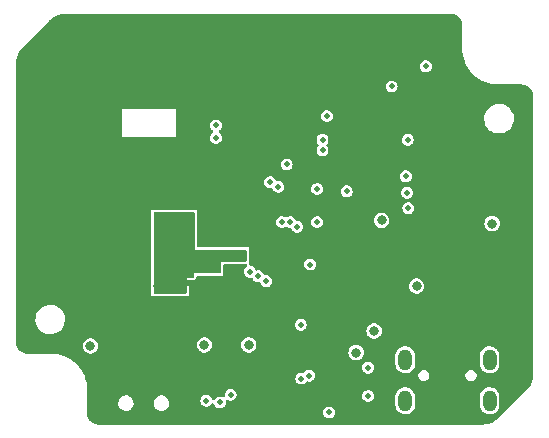
<source format=gbr>
%TF.GenerationSoftware,KiCad,Pcbnew,7.0.1*%
%TF.CreationDate,2024-02-15T14:19:22+01:00*%
%TF.ProjectId,stm32f405-sensorleap-v1,73746d33-3266-4343-9035-2d73656e736f,rev?*%
%TF.SameCoordinates,Original*%
%TF.FileFunction,Copper,L2,Inr*%
%TF.FilePolarity,Positive*%
%FSLAX46Y46*%
G04 Gerber Fmt 4.6, Leading zero omitted, Abs format (unit mm)*
G04 Created by KiCad (PCBNEW 7.0.1) date 2024-02-15 14:19:22*
%MOMM*%
%LPD*%
G01*
G04 APERTURE LIST*
%TA.AperFunction,ComponentPad*%
%ADD10O,1.150000X1.800000*%
%TD*%
%TA.AperFunction,ViaPad*%
%ADD11C,0.800000*%
%TD*%
%TA.AperFunction,ViaPad*%
%ADD12C,0.609600*%
%TD*%
%TA.AperFunction,ViaPad*%
%ADD13C,0.500000*%
%TD*%
%TA.AperFunction,Conductor*%
%ADD14C,0.500000*%
%TD*%
G04 APERTURE END LIST*
D10*
%TO.N,unconnected-(J402-Shield-Pad6)*%
%TO.C,J402*%
X133050000Y-129416029D03*
X133050000Y-132886029D03*
X140200000Y-129416029D03*
X140200000Y-132886029D03*
%TD*%
D11*
%TO.N,GND*%
X131200000Y-128148529D03*
X132113940Y-115773529D03*
X116653616Y-122923529D03*
X115503616Y-122923529D03*
X114528616Y-117498529D03*
X133908940Y-112123529D03*
D12*
X111113940Y-122248529D03*
X111113940Y-121248529D03*
X111113940Y-120248529D03*
X111113940Y-119248529D03*
X111113940Y-118248529D03*
X111113940Y-117248529D03*
X112153616Y-116248529D03*
X113153616Y-116248529D03*
X114153616Y-116248529D03*
X115153616Y-116248529D03*
X112153616Y-124323529D03*
X113153616Y-124323529D03*
X114153616Y-124323529D03*
D13*
X128513940Y-132273529D03*
X137799440Y-108969529D03*
X111590000Y-107053529D03*
X123513940Y-114973529D03*
X140597880Y-116658529D03*
X102890000Y-110573529D03*
X112690000Y-111173529D03*
X108400000Y-103717529D03*
X103000000Y-102200000D03*
X140513940Y-127273529D03*
X112400000Y-100517529D03*
X121513940Y-104273529D03*
X109130000Y-105253529D03*
X121013940Y-114973529D03*
D11*
X135613940Y-119698529D03*
D13*
X109990000Y-112073529D03*
X109990000Y-111173529D03*
X103913940Y-120723529D03*
X109513940Y-129273529D03*
X131800000Y-133900000D03*
X111090000Y-105553529D03*
X114000000Y-101317529D03*
X109130000Y-104653529D03*
X105490000Y-113073529D03*
X109630000Y-107353529D03*
X108400000Y-101317529D03*
X107000000Y-105173529D03*
D11*
X141000000Y-120100000D03*
D13*
X136300000Y-102200000D03*
X124397500Y-106419529D03*
X127413940Y-120923529D03*
D12*
X111113940Y-123248529D03*
D13*
X112400000Y-101317529D03*
X106800000Y-103717529D03*
X134400000Y-131923529D03*
X113200000Y-100517529D03*
D11*
X139463940Y-121098529D03*
X143000000Y-120400000D03*
D13*
X101013940Y-122673529D03*
X107600000Y-101317529D03*
X128513940Y-112273529D03*
D11*
X134363940Y-120898529D03*
X130413940Y-113073529D03*
D13*
X112690000Y-112073529D03*
X119900000Y-123948529D03*
X107600000Y-102917529D03*
X112400000Y-102917529D03*
X133663940Y-109723529D03*
X105513940Y-102217529D03*
X121563940Y-126373529D03*
X103000000Y-105173529D03*
X111790000Y-111173529D03*
X106240000Y-110343529D03*
X114040000Y-107123529D03*
X111790000Y-112073529D03*
X111590000Y-106453529D03*
X109130000Y-105853529D03*
X137950000Y-128273529D03*
X108400000Y-100517529D03*
X121413940Y-117873529D03*
X111590000Y-105853529D03*
X127400000Y-122800000D03*
D11*
X112153940Y-123193529D03*
D13*
X108813940Y-115148529D03*
X109130000Y-106453529D03*
D11*
X137913940Y-119048529D03*
D13*
X107913940Y-126673529D03*
X107600000Y-103717529D03*
X113200000Y-102117529D03*
X103213940Y-113548529D03*
X108400000Y-102917529D03*
X114000000Y-100517529D03*
X106800000Y-100517529D03*
X105240000Y-110343529D03*
X114990000Y-107173529D03*
X128797500Y-108319529D03*
X105000000Y-105173529D03*
X115513940Y-102217529D03*
X112400000Y-103717529D03*
X114000000Y-103717529D03*
X112990000Y-105173529D03*
X109013940Y-119073529D03*
X107600000Y-100517529D03*
X118513940Y-108217529D03*
X127000000Y-129848529D03*
X131893440Y-104969529D03*
X110890000Y-112073529D03*
X112513940Y-129773529D03*
X111090000Y-106753529D03*
X110890000Y-111173529D03*
X121513940Y-107273529D03*
X140597880Y-115358529D03*
X106800000Y-102117529D03*
X113200000Y-102917529D03*
X111590000Y-105253529D03*
X114900000Y-111600000D03*
X113200000Y-103717529D03*
X111090000Y-104953529D03*
X116263940Y-127173529D03*
X111590000Y-104653529D03*
X136193440Y-104369529D03*
X103913940Y-119173529D03*
X133314940Y-112589529D03*
X113200000Y-101317529D03*
X106800000Y-102917529D03*
X128797500Y-105619529D03*
X109630000Y-106753529D03*
X109630000Y-105553529D03*
X109630000Y-106153529D03*
X140597880Y-112858529D03*
X111090000Y-106153529D03*
X121400000Y-119500000D03*
X124313940Y-132873529D03*
X109630000Y-104953529D03*
X132013940Y-109573529D03*
X112400000Y-102117529D03*
X101013940Y-118573529D03*
X114900000Y-113873529D03*
X128013940Y-108573529D03*
X108400000Y-102117529D03*
X111090000Y-107353529D03*
X101013940Y-111248529D03*
X107600000Y-102117529D03*
X114000000Y-102117529D03*
X109130000Y-107053529D03*
X114000000Y-102917529D03*
X106800000Y-101317529D03*
X118513940Y-105217529D03*
X118613940Y-134123529D03*
D11*
%TO.N,+3V3*%
X128903616Y-128798529D03*
X131053616Y-117602145D03*
X119800000Y-128148529D03*
X116050000Y-128148529D03*
X106400000Y-128248529D03*
X140413940Y-117873529D03*
X130413940Y-126973529D03*
X134013940Y-123173529D03*
D13*
%TO.N,NRST*%
X125000000Y-121348529D03*
X133113940Y-113873529D03*
%TO.N,Net-(D201-RK)*%
X126613940Y-133873529D03*
X129913940Y-132473529D03*
%TO.N,BOOT0*%
X122600000Y-117748529D03*
X118263940Y-132373529D03*
%TO.N,I2C1_SCL*%
X133261440Y-110794529D03*
X122313940Y-114773529D03*
X126047500Y-111669529D03*
%TO.N,I2C1_SDA*%
X121613940Y-114373529D03*
X126047500Y-110769529D03*
%TO.N,TIM3_CH1*%
X129913940Y-130073529D03*
X125600000Y-117748529D03*
%TO.N,TIM3_CH2*%
X123900000Y-118148529D03*
X124250000Y-130998529D03*
%TO.N,TIM4_CH1*%
X123300000Y-117748529D03*
X124900000Y-130748529D03*
%TO.N,SWCLK*%
X133313940Y-116573529D03*
X128100000Y-115148529D03*
%TO.N,SWO*%
X133213940Y-115273529D03*
X125600000Y-114948529D03*
%TO.N,IRQ_DW*%
X124200000Y-126448529D03*
X123013940Y-112873529D03*
%TO.N,INT_GYR*%
X131893440Y-106269529D03*
X120600000Y-122348529D03*
%TO.N,INT_ACC*%
X121300000Y-122748529D03*
X134799440Y-104569529D03*
%TO.N,Net-(D1-A)*%
X116213940Y-132873529D03*
X117013940Y-110617529D03*
%TO.N,Net-(D2-A)*%
X117013940Y-109567529D03*
X117363940Y-133023529D03*
%TO.N,IRQ_MM350*%
X126413940Y-108773529D03*
X119900000Y-121948529D03*
%TD*%
D14*
%TO.N,GND*%
X115503616Y-122923529D02*
X113963940Y-122923529D01*
%TD*%
%TA.AperFunction,Conductor*%
%TO.N,GND*%
G36*
X115191616Y-116915142D02*
G01*
X115237003Y-116960529D01*
X115253616Y-117022529D01*
X115253616Y-120098529D01*
X119529616Y-120098529D01*
X119591616Y-120115142D01*
X119637003Y-120160529D01*
X119653616Y-120222529D01*
X119653616Y-120974529D01*
X119637003Y-121036529D01*
X119591616Y-121081916D01*
X119529616Y-121098529D01*
X117453616Y-121098529D01*
X117453616Y-121974529D01*
X117437003Y-122036529D01*
X117391616Y-122081916D01*
X117329616Y-122098529D01*
X115153616Y-122098529D01*
X115153616Y-122374529D01*
X115137003Y-122436529D01*
X115091616Y-122481916D01*
X115029616Y-122498529D01*
X114553616Y-122498529D01*
X114553616Y-123674529D01*
X114537003Y-123736529D01*
X114491616Y-123781916D01*
X114429616Y-123798529D01*
X111877616Y-123798529D01*
X111815616Y-123781916D01*
X111770229Y-123736529D01*
X111753616Y-123674529D01*
X111753616Y-117022529D01*
X111770229Y-116960529D01*
X111815616Y-116915142D01*
X111877616Y-116898529D01*
X115129616Y-116898529D01*
X115191616Y-116915142D01*
G37*
%TD.AperFunction*%
%TA.AperFunction,Conductor*%
G36*
X136905392Y-100100972D02*
G01*
X136917433Y-100102025D01*
X136944880Y-100104426D01*
X136945961Y-100104526D01*
X137071776Y-100116918D01*
X137091685Y-100120541D01*
X137156467Y-100137899D01*
X137160203Y-100138966D01*
X137251570Y-100166682D01*
X137267959Y-100172952D01*
X137333867Y-100203686D01*
X137339867Y-100206685D01*
X137382639Y-100229548D01*
X137419046Y-100249008D01*
X137431715Y-100256791D01*
X137492889Y-100299625D01*
X137500430Y-100305346D01*
X137568455Y-100361172D01*
X137577472Y-100369345D01*
X137630653Y-100422526D01*
X137638826Y-100431543D01*
X137694652Y-100499568D01*
X137700373Y-100507109D01*
X137743207Y-100568283D01*
X137750990Y-100580952D01*
X137793304Y-100660114D01*
X137796328Y-100666163D01*
X137827041Y-100732027D01*
X137833319Y-100748436D01*
X137861008Y-100839713D01*
X137862123Y-100843616D01*
X137879454Y-100908298D01*
X137883082Y-100928238D01*
X137895456Y-101053882D01*
X137895581Y-101055223D01*
X137899028Y-101094604D01*
X137899500Y-101105416D01*
X137899500Y-103099500D01*
X137899500Y-103100000D01*
X137899500Y-103257250D01*
X137926511Y-103514244D01*
X137932375Y-103570031D01*
X137997761Y-103877649D01*
X138094947Y-104176761D01*
X138222865Y-104464066D01*
X138380112Y-104736428D01*
X138564975Y-104990870D01*
X138775413Y-105224586D01*
X139009129Y-105435024D01*
X139009132Y-105435026D01*
X139009133Y-105435027D01*
X139263568Y-105619885D01*
X139535932Y-105777134D01*
X139677535Y-105840180D01*
X139823238Y-105905052D01*
X139823240Y-105905052D01*
X139823241Y-105905053D01*
X140122348Y-106002238D01*
X140429974Y-106067626D01*
X140742750Y-106100500D01*
X140899901Y-106100500D01*
X140900000Y-106100500D01*
X140900500Y-106100500D01*
X142894587Y-106100500D01*
X142905392Y-106100972D01*
X142917433Y-106102025D01*
X142944880Y-106104426D01*
X142945961Y-106104526D01*
X143071776Y-106116918D01*
X143091685Y-106120541D01*
X143156467Y-106137899D01*
X143160203Y-106138966D01*
X143251570Y-106166682D01*
X143267959Y-106172952D01*
X143333867Y-106203686D01*
X143339867Y-106206685D01*
X143382639Y-106229548D01*
X143419046Y-106249008D01*
X143431715Y-106256791D01*
X143492889Y-106299625D01*
X143500430Y-106305346D01*
X143568455Y-106361172D01*
X143577472Y-106369345D01*
X143630653Y-106422526D01*
X143638826Y-106431543D01*
X143694652Y-106499568D01*
X143700373Y-106507109D01*
X143743207Y-106568283D01*
X143750990Y-106580952D01*
X143793304Y-106660114D01*
X143796328Y-106666163D01*
X143827041Y-106732027D01*
X143833319Y-106748436D01*
X143861008Y-106839713D01*
X143862123Y-106843616D01*
X143879454Y-106908298D01*
X143883082Y-106928238D01*
X143895456Y-107053882D01*
X143895581Y-107055223D01*
X143899028Y-107094604D01*
X143899500Y-107105416D01*
X143899500Y-130566519D01*
X143899305Y-130573475D01*
X143896542Y-130622653D01*
X143896472Y-130623806D01*
X143884738Y-130802846D01*
X143883251Y-130815509D01*
X143867545Y-130907943D01*
X143866915Y-130911361D01*
X143862096Y-130935591D01*
X143844928Y-131021903D01*
X143840524Y-131044042D01*
X143838060Y-131054180D01*
X143809976Y-131151660D01*
X143808241Y-131157190D01*
X143766986Y-131278724D01*
X143764128Y-131286319D01*
X143724653Y-131381619D01*
X143721304Y-131389010D01*
X143664531Y-131504133D01*
X143661847Y-131509269D01*
X143612783Y-131598045D01*
X143607357Y-131606955D01*
X143532190Y-131719451D01*
X143530218Y-131722316D01*
X143475971Y-131798770D01*
X143468069Y-131808774D01*
X143349866Y-131943558D01*
X143349100Y-131944423D01*
X143316235Y-131981201D01*
X143311353Y-131986359D01*
X140980915Y-134311442D01*
X140975962Y-134316120D01*
X140938765Y-134349361D01*
X140937904Y-134350123D01*
X140803549Y-134467968D01*
X140793538Y-134475876D01*
X140716413Y-134530599D01*
X140713549Y-134532571D01*
X140601770Y-134607260D01*
X140592859Y-134612686D01*
X140503589Y-134662023D01*
X140498452Y-134664708D01*
X140383880Y-134721207D01*
X140376489Y-134724555D01*
X140280718Y-134764224D01*
X140273123Y-134767083D01*
X140152164Y-134808141D01*
X140146632Y-134809875D01*
X140048619Y-134838110D01*
X140038483Y-134840574D01*
X139906596Y-134866805D01*
X139903184Y-134867434D01*
X139887486Y-134870101D01*
X139809971Y-134883269D01*
X139797310Y-134884755D01*
X139620377Y-134896346D01*
X139619225Y-134896416D01*
X139574417Y-134898932D01*
X139567781Y-134899305D01*
X139560837Y-134899500D01*
X107105416Y-134899500D01*
X107094606Y-134899028D01*
X107092001Y-134898800D01*
X107055223Y-134895581D01*
X107053882Y-134895456D01*
X106928238Y-134883082D01*
X106908298Y-134879454D01*
X106843616Y-134862123D01*
X106839713Y-134861008D01*
X106748436Y-134833319D01*
X106732027Y-134827041D01*
X106666163Y-134796328D01*
X106660114Y-134793304D01*
X106580952Y-134750990D01*
X106568283Y-134743207D01*
X106507109Y-134700373D01*
X106499568Y-134694652D01*
X106431543Y-134638826D01*
X106422526Y-134630653D01*
X106369345Y-134577472D01*
X106361172Y-134568455D01*
X106305346Y-134500430D01*
X106299625Y-134492889D01*
X106256791Y-134431715D01*
X106249008Y-134419046D01*
X106211760Y-134349361D01*
X106206685Y-134339867D01*
X106203686Y-134333867D01*
X106172952Y-134267959D01*
X106166682Y-134251570D01*
X106138966Y-134160203D01*
X106137899Y-134156467D01*
X106120541Y-134091685D01*
X106116918Y-134071776D01*
X106104526Y-133945961D01*
X106104426Y-133944880D01*
X106100972Y-133905392D01*
X106100500Y-133894587D01*
X106100500Y-133873529D01*
X126108293Y-133873529D01*
X126128774Y-134015986D01*
X126188563Y-134146903D01*
X126282810Y-134255670D01*
X126282812Y-134255672D01*
X126403887Y-134333482D01*
X126541979Y-134374029D01*
X126685901Y-134374029D01*
X126823993Y-134333482D01*
X126945068Y-134255672D01*
X127039317Y-134146902D01*
X127099105Y-134015986D01*
X127119587Y-133873529D01*
X127099105Y-133731072D01*
X127093409Y-133718600D01*
X127039316Y-133600154D01*
X126945069Y-133491387D01*
X126945068Y-133491386D01*
X126823993Y-133413576D01*
X126685901Y-133373029D01*
X126541979Y-133373029D01*
X126403887Y-133413576D01*
X126282810Y-133491387D01*
X126188563Y-133600154D01*
X126128774Y-133731071D01*
X126108293Y-133873529D01*
X106100500Y-133873529D01*
X106100500Y-133042362D01*
X108745623Y-133042362D01*
X108755943Y-133206387D01*
X108755944Y-133206389D01*
X108806732Y-133362700D01*
X108834002Y-133405670D01*
X108894797Y-133501469D01*
X108956797Y-133559690D01*
X109014607Y-133613977D01*
X109158632Y-133693156D01*
X109158634Y-133693157D01*
X109317821Y-133734029D01*
X109317823Y-133734029D01*
X109440925Y-133734029D01*
X109440927Y-133734029D01*
X109563059Y-133718600D01*
X109639464Y-133688348D01*
X109715871Y-133658097D01*
X109848837Y-133561492D01*
X109953600Y-133434855D01*
X110023579Y-133286142D01*
X110054376Y-133124699D01*
X110049196Y-133042362D01*
X111745623Y-133042362D01*
X111755943Y-133206387D01*
X111755944Y-133206389D01*
X111806732Y-133362700D01*
X111834002Y-133405670D01*
X111894797Y-133501469D01*
X111956797Y-133559690D01*
X112014607Y-133613977D01*
X112158632Y-133693156D01*
X112158634Y-133693157D01*
X112317821Y-133734029D01*
X112317823Y-133734029D01*
X112440925Y-133734029D01*
X112440927Y-133734029D01*
X112563059Y-133718600D01*
X112639464Y-133688348D01*
X112715871Y-133658097D01*
X112848837Y-133561492D01*
X112953600Y-133434855D01*
X113023579Y-133286142D01*
X113054376Y-133124699D01*
X113044056Y-132960669D01*
X113015742Y-132873528D01*
X115708293Y-132873528D01*
X115728774Y-133015986D01*
X115788563Y-133146903D01*
X115840108Y-133206389D01*
X115882812Y-133255672D01*
X116003887Y-133333482D01*
X116141979Y-133374029D01*
X116285901Y-133374029D01*
X116423993Y-133333482D01*
X116545068Y-133255672D01*
X116639317Y-133146902D01*
X116643919Y-133136826D01*
X116683827Y-133088019D01*
X116742578Y-133065145D01*
X116804982Y-133074117D01*
X116854908Y-133112616D01*
X116870732Y-133150058D01*
X116871368Y-133149768D01*
X116938563Y-133296903D01*
X117018828Y-133389534D01*
X117032812Y-133405672D01*
X117153887Y-133483482D01*
X117291979Y-133524029D01*
X117435901Y-133524029D01*
X117573993Y-133483482D01*
X117695068Y-133405672D01*
X117789317Y-133296902D01*
X117808093Y-133255789D01*
X132224500Y-133255789D01*
X132239045Y-133389533D01*
X132296377Y-133559690D01*
X132388949Y-133713546D01*
X132405550Y-133731071D01*
X132512431Y-133843904D01*
X132556125Y-133873529D01*
X132661047Y-133944669D01*
X132827850Y-134011129D01*
X132827853Y-134011130D01*
X133005045Y-134040179D01*
X133184339Y-134030458D01*
X133357351Y-133982422D01*
X133515992Y-133898315D01*
X133652843Y-133782073D01*
X133761507Y-133639128D01*
X133761506Y-133639128D01*
X133761508Y-133639127D01*
X133836900Y-133476169D01*
X133836899Y-133476169D01*
X133836901Y-133476167D01*
X133875500Y-133300808D01*
X133875500Y-133255789D01*
X139374500Y-133255789D01*
X139389045Y-133389533D01*
X139446377Y-133559690D01*
X139538949Y-133713546D01*
X139555550Y-133731071D01*
X139662431Y-133843904D01*
X139706125Y-133873529D01*
X139811047Y-133944669D01*
X139977850Y-134011129D01*
X139977853Y-134011130D01*
X140155045Y-134040179D01*
X140334339Y-134030458D01*
X140507351Y-133982422D01*
X140665992Y-133898315D01*
X140802843Y-133782073D01*
X140911507Y-133639128D01*
X140911506Y-133639128D01*
X140911508Y-133639127D01*
X140986900Y-133476169D01*
X140986899Y-133476169D01*
X140986901Y-133476167D01*
X141025500Y-133300808D01*
X141025500Y-132516269D01*
X141010954Y-132382524D01*
X140953622Y-132212367D01*
X140886107Y-132100156D01*
X140861050Y-132058511D01*
X140791006Y-131984567D01*
X140737569Y-131928154D01*
X140695899Y-131899901D01*
X140588952Y-131827388D01*
X140422149Y-131760928D01*
X140351270Y-131749308D01*
X140244955Y-131731879D01*
X140244952Y-131731879D01*
X140065660Y-131741599D01*
X139892649Y-131789635D01*
X139734008Y-131873742D01*
X139597156Y-131989985D01*
X139488491Y-132132930D01*
X139413099Y-132295888D01*
X139374500Y-132471250D01*
X139374500Y-133255789D01*
X133875500Y-133255789D01*
X133875500Y-132516269D01*
X133860954Y-132382524D01*
X133803622Y-132212367D01*
X133736107Y-132100156D01*
X133711050Y-132058511D01*
X133641006Y-131984567D01*
X133587569Y-131928154D01*
X133545899Y-131899901D01*
X133438952Y-131827388D01*
X133272149Y-131760928D01*
X133201270Y-131749308D01*
X133094955Y-131731879D01*
X133094952Y-131731879D01*
X132915660Y-131741599D01*
X132742649Y-131789635D01*
X132584008Y-131873742D01*
X132447156Y-131989985D01*
X132338491Y-132132930D01*
X132263099Y-132295888D01*
X132224500Y-132471250D01*
X132224500Y-133255789D01*
X117808093Y-133255789D01*
X117849105Y-133165986D01*
X117869587Y-133023529D01*
X117859359Y-132952390D01*
X117869303Y-132883232D01*
X117915058Y-132830428D01*
X117982097Y-132810744D01*
X118049135Y-132830428D01*
X118053887Y-132833482D01*
X118191979Y-132874029D01*
X118335901Y-132874029D01*
X118473993Y-132833482D01*
X118595068Y-132755672D01*
X118689317Y-132646902D01*
X118749105Y-132515986D01*
X118755209Y-132473529D01*
X129408293Y-132473529D01*
X129428774Y-132615986D01*
X129488563Y-132746903D01*
X129563584Y-132833482D01*
X129582812Y-132855672D01*
X129703887Y-132933482D01*
X129841979Y-132974029D01*
X129985901Y-132974029D01*
X130123993Y-132933482D01*
X130245068Y-132855672D01*
X130339317Y-132746902D01*
X130399105Y-132615986D01*
X130419587Y-132473529D01*
X130399105Y-132331072D01*
X130383038Y-132295891D01*
X130339316Y-132200154D01*
X130245069Y-132091387D01*
X130245068Y-132091386D01*
X130123993Y-132013576D01*
X129985901Y-131973029D01*
X129841979Y-131973029D01*
X129703887Y-132013576D01*
X129582810Y-132091387D01*
X129488563Y-132200154D01*
X129428774Y-132331071D01*
X129408293Y-132473529D01*
X118755209Y-132473529D01*
X118769587Y-132373529D01*
X118749105Y-132231072D01*
X118689317Y-132100156D01*
X118689316Y-132100155D01*
X118689316Y-132100154D01*
X118595069Y-131991387D01*
X118595068Y-131991386D01*
X118473993Y-131913576D01*
X118335901Y-131873029D01*
X118191979Y-131873029D01*
X118053887Y-131913576D01*
X117932810Y-131991387D01*
X117838563Y-132100154D01*
X117778774Y-132231071D01*
X117758293Y-132373529D01*
X117768520Y-132444668D01*
X117758576Y-132513825D01*
X117712821Y-132566629D01*
X117645782Y-132586313D01*
X117578744Y-132566629D01*
X117573994Y-132563576D01*
X117435901Y-132523029D01*
X117291979Y-132523029D01*
X117153887Y-132563576D01*
X117032810Y-132641387D01*
X116938561Y-132750156D01*
X116933958Y-132760236D01*
X116894047Y-132809042D01*
X116835295Y-132831912D01*
X116772890Y-132822937D01*
X116722966Y-132784435D01*
X116707148Y-132746999D01*
X116706512Y-132747290D01*
X116639316Y-132600154D01*
X116545069Y-132491387D01*
X116545068Y-132491386D01*
X116423993Y-132413576D01*
X116285901Y-132373029D01*
X116141979Y-132373029D01*
X116003887Y-132413576D01*
X115882810Y-132491387D01*
X115788563Y-132600154D01*
X115728774Y-132731071D01*
X115708293Y-132873528D01*
X113015742Y-132873528D01*
X112993268Y-132804358D01*
X112939392Y-132719463D01*
X112905202Y-132665588D01*
X112785393Y-132553081D01*
X112641365Y-132473900D01*
X112482179Y-132433029D01*
X112482177Y-132433029D01*
X112359075Y-132433029D01*
X112359073Y-132433029D01*
X112236940Y-132448457D01*
X112084129Y-132508960D01*
X111951165Y-132605563D01*
X111846399Y-132732204D01*
X111798742Y-132833481D01*
X111776421Y-132880916D01*
X111761207Y-132960669D01*
X111745623Y-133042362D01*
X110049196Y-133042362D01*
X110044056Y-132960669D01*
X109993268Y-132804358D01*
X109939392Y-132719463D01*
X109905202Y-132665588D01*
X109785393Y-132553081D01*
X109641365Y-132473900D01*
X109482179Y-132433029D01*
X109482177Y-132433029D01*
X109359075Y-132433029D01*
X109359073Y-132433029D01*
X109236940Y-132448457D01*
X109084129Y-132508960D01*
X108951165Y-132605563D01*
X108846399Y-132732204D01*
X108798742Y-132833481D01*
X108776421Y-132880916D01*
X108761207Y-132960669D01*
X108745623Y-133042362D01*
X106100500Y-133042362D01*
X106100500Y-131742753D01*
X106099357Y-131731879D01*
X106067626Y-131429974D01*
X106002238Y-131122348D01*
X105962007Y-130998528D01*
X123744353Y-130998528D01*
X123764834Y-131140986D01*
X123824623Y-131271903D01*
X123918870Y-131380670D01*
X123918872Y-131380672D01*
X124039947Y-131458482D01*
X124178039Y-131499029D01*
X124321961Y-131499029D01*
X124460053Y-131458482D01*
X124581128Y-131380672D01*
X124669957Y-131278156D01*
X124706846Y-131249147D01*
X124751880Y-131235923D01*
X124798598Y-131240384D01*
X124828039Y-131249029D01*
X124971961Y-131249029D01*
X125110053Y-131208482D01*
X125231128Y-131130672D01*
X125325377Y-131021902D01*
X125385165Y-130890986D01*
X125397615Y-130804396D01*
X134149500Y-130804396D01*
X134188022Y-130935591D01*
X134261943Y-131050616D01*
X134365282Y-131140159D01*
X134489657Y-131196960D01*
X134590989Y-131211529D01*
X134659011Y-131211529D01*
X134760342Y-131196960D01*
X134760341Y-131196960D01*
X134884718Y-131140159D01*
X134988055Y-131050618D01*
X135061978Y-130935590D01*
X135100500Y-130804396D01*
X138149500Y-130804396D01*
X138188022Y-130935591D01*
X138261943Y-131050616D01*
X138365282Y-131140159D01*
X138489657Y-131196960D01*
X138590989Y-131211529D01*
X138659011Y-131211529D01*
X138760342Y-131196960D01*
X138760341Y-131196960D01*
X138884718Y-131140159D01*
X138988055Y-131050618D01*
X139061978Y-130935590D01*
X139100500Y-130804396D01*
X139100500Y-130667662D01*
X139061978Y-130536468D01*
X139060059Y-130533482D01*
X138988056Y-130421441D01*
X138884717Y-130331898D01*
X138760342Y-130275097D01*
X138659011Y-130260529D01*
X138590989Y-130260529D01*
X138489657Y-130275097D01*
X138365282Y-130331898D01*
X138261943Y-130421441D01*
X138188022Y-130536466D01*
X138149500Y-130667662D01*
X138149500Y-130804396D01*
X135100500Y-130804396D01*
X135100500Y-130667662D01*
X135061978Y-130536468D01*
X135060059Y-130533482D01*
X134988056Y-130421441D01*
X134884717Y-130331898D01*
X134760342Y-130275097D01*
X134659011Y-130260529D01*
X134590989Y-130260529D01*
X134489657Y-130275097D01*
X134365282Y-130331898D01*
X134261943Y-130421441D01*
X134188022Y-130536466D01*
X134149500Y-130667662D01*
X134149500Y-130804396D01*
X125397615Y-130804396D01*
X125405647Y-130748529D01*
X125385165Y-130606072D01*
X125370531Y-130574029D01*
X125325376Y-130475154D01*
X125231129Y-130366387D01*
X125231128Y-130366386D01*
X125110053Y-130288576D01*
X124971961Y-130248029D01*
X124828039Y-130248029D01*
X124689947Y-130288576D01*
X124568871Y-130366385D01*
X124480045Y-130468898D01*
X124421267Y-130506672D01*
X124351398Y-130506672D01*
X124321962Y-130498029D01*
X124321961Y-130498029D01*
X124178039Y-130498029D01*
X124039947Y-130538576D01*
X123918870Y-130616387D01*
X123824623Y-130725154D01*
X123764834Y-130856071D01*
X123744353Y-130998528D01*
X105962007Y-130998528D01*
X105905053Y-130823241D01*
X105901610Y-130815509D01*
X105812955Y-130616387D01*
X105777134Y-130535932D01*
X105647889Y-130312072D01*
X105619887Y-130263571D01*
X105585314Y-130215986D01*
X105481813Y-130073529D01*
X129408293Y-130073529D01*
X129428774Y-130215986D01*
X129488563Y-130346903D01*
X129559107Y-130428315D01*
X129582812Y-130455672D01*
X129703887Y-130533482D01*
X129841979Y-130574029D01*
X129985901Y-130574029D01*
X130123993Y-130533482D01*
X130245068Y-130455672D01*
X130339317Y-130346902D01*
X130399105Y-130215986D01*
X130419587Y-130073529D01*
X130399105Y-129931072D01*
X130393835Y-129919533D01*
X130339316Y-129800154D01*
X130326869Y-129785789D01*
X132224500Y-129785789D01*
X132239045Y-129919533D01*
X132296377Y-130089690D01*
X132388949Y-130243546D01*
X132418837Y-130275098D01*
X132512431Y-130373904D01*
X132551289Y-130400250D01*
X132661047Y-130474669D01*
X132827850Y-130541129D01*
X132827853Y-130541130D01*
X133005045Y-130570179D01*
X133184339Y-130560458D01*
X133357351Y-130512422D01*
X133515992Y-130428315D01*
X133652843Y-130312073D01*
X133761507Y-130169128D01*
X133761506Y-130169128D01*
X133761508Y-130169127D01*
X133836900Y-130006169D01*
X133836899Y-130006169D01*
X133836901Y-130006167D01*
X133875500Y-129830808D01*
X133875500Y-129785789D01*
X139374500Y-129785789D01*
X139389045Y-129919533D01*
X139446377Y-130089690D01*
X139538949Y-130243546D01*
X139568837Y-130275098D01*
X139662431Y-130373904D01*
X139701289Y-130400250D01*
X139811047Y-130474669D01*
X139977850Y-130541129D01*
X139977853Y-130541130D01*
X140155045Y-130570179D01*
X140334339Y-130560458D01*
X140507351Y-130512422D01*
X140665992Y-130428315D01*
X140802843Y-130312073D01*
X140911507Y-130169128D01*
X140911506Y-130169128D01*
X140911508Y-130169127D01*
X140986900Y-130006169D01*
X140986899Y-130006169D01*
X140986901Y-130006167D01*
X141025500Y-129830808D01*
X141025500Y-129046269D01*
X141010954Y-128912524D01*
X140953622Y-128742367D01*
X140920797Y-128687812D01*
X140861050Y-128588511D01*
X140796138Y-128519985D01*
X140737569Y-128458154D01*
X140679889Y-128419046D01*
X140588952Y-128357388D01*
X140422149Y-128290928D01*
X140351270Y-128279308D01*
X140244955Y-128261879D01*
X140244952Y-128261879D01*
X140065660Y-128271599D01*
X139892649Y-128319635D01*
X139734008Y-128403742D01*
X139597156Y-128519985D01*
X139488491Y-128662930D01*
X139413099Y-128825888D01*
X139374500Y-129001250D01*
X139374500Y-129785789D01*
X133875500Y-129785789D01*
X133875500Y-129046269D01*
X133860954Y-128912524D01*
X133803622Y-128742367D01*
X133770797Y-128687812D01*
X133711050Y-128588511D01*
X133646138Y-128519985D01*
X133587569Y-128458154D01*
X133529889Y-128419046D01*
X133438952Y-128357388D01*
X133272149Y-128290928D01*
X133201270Y-128279308D01*
X133094955Y-128261879D01*
X133094952Y-128261879D01*
X132915660Y-128271599D01*
X132742649Y-128319635D01*
X132584008Y-128403742D01*
X132447156Y-128519985D01*
X132338491Y-128662930D01*
X132263099Y-128825888D01*
X132224500Y-129001250D01*
X132224500Y-129785789D01*
X130326869Y-129785789D01*
X130245069Y-129691387D01*
X130245068Y-129691386D01*
X130123993Y-129613576D01*
X129985901Y-129573029D01*
X129841979Y-129573029D01*
X129703887Y-129613576D01*
X129582810Y-129691387D01*
X129488563Y-129800154D01*
X129428774Y-129931071D01*
X129408293Y-130073529D01*
X105481813Y-130073529D01*
X105435027Y-130009133D01*
X105435026Y-130009132D01*
X105435024Y-130009129D01*
X105224586Y-129775413D01*
X104990870Y-129564975D01*
X104736428Y-129380112D01*
X104464066Y-129222865D01*
X104176761Y-129094947D01*
X103877649Y-128997761D01*
X103570031Y-128932375D01*
X103570030Y-128932374D01*
X103570026Y-128932374D01*
X103257250Y-128899500D01*
X103257247Y-128899500D01*
X101105416Y-128899500D01*
X101094606Y-128899028D01*
X101092001Y-128898800D01*
X101055223Y-128895581D01*
X101053882Y-128895456D01*
X100928238Y-128883082D01*
X100908298Y-128879454D01*
X100843616Y-128862123D01*
X100839713Y-128861008D01*
X100748436Y-128833319D01*
X100732027Y-128827041D01*
X100666163Y-128796328D01*
X100660114Y-128793304D01*
X100580952Y-128750990D01*
X100568283Y-128743207D01*
X100507109Y-128700373D01*
X100499568Y-128694652D01*
X100431543Y-128638826D01*
X100422526Y-128630653D01*
X100369345Y-128577472D01*
X100361172Y-128568455D01*
X100305346Y-128500430D01*
X100299625Y-128492889D01*
X100256791Y-128431715D01*
X100249008Y-128419046D01*
X100219585Y-128364000D01*
X100206685Y-128339867D01*
X100203686Y-128333867D01*
X100172952Y-128267959D01*
X100166682Y-128251570D01*
X100165760Y-128248529D01*
X105744721Y-128248529D01*
X105763763Y-128405347D01*
X105819780Y-128553052D01*
X105909515Y-128683057D01*
X105909516Y-128683058D01*
X105909517Y-128683059D01*
X106027760Y-128787812D01*
X106167635Y-128861225D01*
X106321015Y-128899029D01*
X106478985Y-128899029D01*
X106632365Y-128861225D01*
X106772240Y-128787812D01*
X106890483Y-128683059D01*
X106980220Y-128553052D01*
X107036237Y-128405347D01*
X107055278Y-128248529D01*
X107043136Y-128148529D01*
X115394721Y-128148529D01*
X115413763Y-128305347D01*
X115469780Y-128453052D01*
X115559515Y-128583057D01*
X115559516Y-128583058D01*
X115559517Y-128583059D01*
X115677760Y-128687812D01*
X115817635Y-128761225D01*
X115971015Y-128799029D01*
X116128985Y-128799029D01*
X116282365Y-128761225D01*
X116422240Y-128687812D01*
X116540483Y-128583059D01*
X116630220Y-128453052D01*
X116686237Y-128305347D01*
X116705278Y-128148529D01*
X119144721Y-128148529D01*
X119163763Y-128305347D01*
X119219780Y-128453052D01*
X119309515Y-128583057D01*
X119309516Y-128583058D01*
X119309517Y-128583059D01*
X119427760Y-128687812D01*
X119567635Y-128761225D01*
X119721015Y-128799029D01*
X119878985Y-128799029D01*
X119881014Y-128798529D01*
X128248337Y-128798529D01*
X128267379Y-128955347D01*
X128323396Y-129103052D01*
X128413131Y-129233057D01*
X128413132Y-129233058D01*
X128413133Y-129233059D01*
X128531376Y-129337812D01*
X128671251Y-129411225D01*
X128824631Y-129449029D01*
X128982601Y-129449029D01*
X129135981Y-129411225D01*
X129275856Y-129337812D01*
X129394099Y-129233059D01*
X129483836Y-129103052D01*
X129539853Y-128955347D01*
X129558894Y-128798529D01*
X129539853Y-128641711D01*
X129483836Y-128494006D01*
X129394099Y-128363999D01*
X129275856Y-128259246D01*
X129242709Y-128241849D01*
X129135980Y-128185832D01*
X128982601Y-128148029D01*
X128824631Y-128148029D01*
X128671251Y-128185832D01*
X128531377Y-128259245D01*
X128413131Y-128364000D01*
X128323396Y-128494005D01*
X128267379Y-128641710D01*
X128248337Y-128798529D01*
X119881014Y-128798529D01*
X120032365Y-128761225D01*
X120172240Y-128687812D01*
X120290483Y-128583059D01*
X120380220Y-128453052D01*
X120436237Y-128305347D01*
X120455278Y-128148529D01*
X120436237Y-127991711D01*
X120380220Y-127844006D01*
X120290483Y-127713999D01*
X120172240Y-127609246D01*
X120128378Y-127586225D01*
X120032364Y-127535832D01*
X119878985Y-127498029D01*
X119721015Y-127498029D01*
X119567635Y-127535832D01*
X119427761Y-127609245D01*
X119309515Y-127714000D01*
X119219780Y-127844005D01*
X119163763Y-127991710D01*
X119144721Y-128148529D01*
X116705278Y-128148529D01*
X116686237Y-127991711D01*
X116630220Y-127844006D01*
X116540483Y-127713999D01*
X116422240Y-127609246D01*
X116378378Y-127586225D01*
X116282364Y-127535832D01*
X116128985Y-127498029D01*
X115971015Y-127498029D01*
X115817635Y-127535832D01*
X115677761Y-127609245D01*
X115559515Y-127714000D01*
X115469780Y-127844005D01*
X115413763Y-127991710D01*
X115394721Y-128148529D01*
X107043136Y-128148529D01*
X107036237Y-128091711D01*
X106980220Y-127944006D01*
X106890483Y-127813999D01*
X106772240Y-127709246D01*
X106758994Y-127702294D01*
X106632364Y-127635832D01*
X106478985Y-127598029D01*
X106321015Y-127598029D01*
X106167635Y-127635832D01*
X106027761Y-127709245D01*
X105909515Y-127814000D01*
X105819780Y-127944005D01*
X105763763Y-128091710D01*
X105744721Y-128248529D01*
X100165760Y-128248529D01*
X100138966Y-128160203D01*
X100137899Y-128156467D01*
X100120541Y-128091685D01*
X100116918Y-128071776D01*
X100104526Y-127945961D01*
X100104426Y-127944880D01*
X100100972Y-127905392D01*
X100100500Y-127894587D01*
X100100500Y-126056328D01*
X101745709Y-126056328D01*
X101775925Y-126279388D01*
X101830882Y-126448529D01*
X101845483Y-126493464D01*
X101952148Y-126691681D01*
X102051856Y-126816710D01*
X102062988Y-126830670D01*
X102092492Y-126867666D01*
X102262004Y-127015765D01*
X102262006Y-127015766D01*
X102455237Y-127131216D01*
X102573214Y-127175493D01*
X102665976Y-127210307D01*
X102887453Y-127250500D01*
X103056153Y-127250500D01*
X103056155Y-127250500D01*
X103224188Y-127235377D01*
X103441170Y-127175493D01*
X103643973Y-127077829D01*
X103787530Y-126973529D01*
X129758661Y-126973529D01*
X129777703Y-127130347D01*
X129833720Y-127278052D01*
X129923455Y-127408057D01*
X129923456Y-127408058D01*
X129923457Y-127408059D01*
X130041700Y-127512812D01*
X130181575Y-127586225D01*
X130334955Y-127624029D01*
X130492925Y-127624029D01*
X130646305Y-127586225D01*
X130786180Y-127512812D01*
X130904423Y-127408059D01*
X130994160Y-127278052D01*
X131050177Y-127130347D01*
X131069218Y-126973529D01*
X131050177Y-126816711D01*
X130994160Y-126669006D01*
X130949291Y-126604002D01*
X130904424Y-126539000D01*
X130853024Y-126493464D01*
X130786180Y-126434246D01*
X130698042Y-126387987D01*
X130646304Y-126360832D01*
X130492925Y-126323029D01*
X130334955Y-126323029D01*
X130181575Y-126360832D01*
X130041701Y-126434245D01*
X129923455Y-126539000D01*
X129833720Y-126669005D01*
X129777703Y-126816710D01*
X129758661Y-126973529D01*
X103787530Y-126973529D01*
X103826078Y-126945522D01*
X103981632Y-126782825D01*
X104105635Y-126594968D01*
X104168226Y-126448529D01*
X123694353Y-126448529D01*
X123714834Y-126590986D01*
X123774623Y-126721903D01*
X123868870Y-126830670D01*
X123868872Y-126830672D01*
X123989947Y-126908482D01*
X124128039Y-126949029D01*
X124271961Y-126949029D01*
X124410053Y-126908482D01*
X124531128Y-126830672D01*
X124625377Y-126721902D01*
X124685165Y-126590986D01*
X124705647Y-126448529D01*
X124685165Y-126306072D01*
X124672978Y-126279387D01*
X124625376Y-126175154D01*
X124531129Y-126066387D01*
X124531128Y-126066386D01*
X124410053Y-125988576D01*
X124271961Y-125948029D01*
X124128039Y-125948029D01*
X123989947Y-125988576D01*
X123868870Y-126066387D01*
X123774623Y-126175154D01*
X123714834Y-126306071D01*
X123694353Y-126448529D01*
X104168226Y-126448529D01*
X104194103Y-126387988D01*
X104244191Y-126168537D01*
X104254290Y-125943670D01*
X104224075Y-125720613D01*
X104154517Y-125506536D01*
X104047852Y-125308319D01*
X103907508Y-125132334D01*
X103737996Y-124984235D01*
X103737993Y-124984233D01*
X103544762Y-124868783D01*
X103334025Y-124789693D01*
X103112547Y-124749500D01*
X102943845Y-124749500D01*
X102876631Y-124755549D01*
X102775809Y-124764623D01*
X102558828Y-124824507D01*
X102356027Y-124922170D01*
X102173925Y-125054475D01*
X102018365Y-125217178D01*
X101894365Y-125405031D01*
X101805896Y-125612012D01*
X101755809Y-125831462D01*
X101745709Y-126056328D01*
X100100500Y-126056328D01*
X100100500Y-116698529D01*
X111553616Y-116698529D01*
X111553616Y-116898529D01*
X111553616Y-123798529D01*
X111553616Y-123998529D01*
X114753616Y-123998529D01*
X114753616Y-122822529D01*
X114770229Y-122760529D01*
X114815616Y-122715142D01*
X114877616Y-122698529D01*
X115353616Y-122698529D01*
X115353616Y-122422529D01*
X115370229Y-122360529D01*
X115415616Y-122315142D01*
X115477616Y-122298529D01*
X117653616Y-122298529D01*
X117653616Y-121422529D01*
X117670229Y-121360529D01*
X117715616Y-121315142D01*
X117777616Y-121298529D01*
X119563360Y-121298529D01*
X119624335Y-121314557D01*
X119669547Y-121358496D01*
X119687309Y-121418988D01*
X119673030Y-121480396D01*
X119630399Y-121526845D01*
X119568870Y-121566386D01*
X119474623Y-121675154D01*
X119414834Y-121806071D01*
X119394353Y-121948529D01*
X119414834Y-122090986D01*
X119474623Y-122221903D01*
X119541020Y-122298529D01*
X119568872Y-122330672D01*
X119689947Y-122408482D01*
X119828039Y-122449029D01*
X119971959Y-122449029D01*
X119971961Y-122449029D01*
X119977952Y-122447269D01*
X120036351Y-122444488D01*
X120089537Y-122468776D01*
X120125680Y-122514734D01*
X120174624Y-122621904D01*
X120241020Y-122698529D01*
X120268872Y-122730672D01*
X120389947Y-122808482D01*
X120528039Y-122849029D01*
X120671959Y-122849029D01*
X120671961Y-122849029D01*
X120677952Y-122847269D01*
X120736351Y-122844488D01*
X120789537Y-122868776D01*
X120825680Y-122914734D01*
X120874624Y-123021904D01*
X120968870Y-123130670D01*
X120968872Y-123130672D01*
X121089947Y-123208482D01*
X121228039Y-123249029D01*
X121371961Y-123249029D01*
X121510053Y-123208482D01*
X121564441Y-123173529D01*
X133358661Y-123173529D01*
X133377703Y-123330347D01*
X133433720Y-123478052D01*
X133523455Y-123608057D01*
X133523456Y-123608058D01*
X133523457Y-123608059D01*
X133641700Y-123712812D01*
X133781575Y-123786225D01*
X133934955Y-123824029D01*
X134092925Y-123824029D01*
X134246305Y-123786225D01*
X134386180Y-123712812D01*
X134504423Y-123608059D01*
X134594160Y-123478052D01*
X134650177Y-123330347D01*
X134669218Y-123173529D01*
X134650177Y-123016711D01*
X134594160Y-122869006D01*
X134504423Y-122738999D01*
X134386180Y-122634246D01*
X134332498Y-122606071D01*
X134246304Y-122560832D01*
X134092925Y-122523029D01*
X133934955Y-122523029D01*
X133781575Y-122560832D01*
X133641701Y-122634245D01*
X133523455Y-122739000D01*
X133433720Y-122869005D01*
X133377703Y-123016710D01*
X133358661Y-123173529D01*
X121564441Y-123173529D01*
X121631128Y-123130672D01*
X121725377Y-123021902D01*
X121785165Y-122890986D01*
X121805647Y-122748529D01*
X121785165Y-122606072D01*
X121764504Y-122560832D01*
X121725376Y-122475154D01*
X121631129Y-122366387D01*
X121631128Y-122366386D01*
X121510053Y-122288576D01*
X121371961Y-122248029D01*
X121228039Y-122248029D01*
X121228037Y-122248029D01*
X121222042Y-122249789D01*
X121163642Y-122252568D01*
X121110460Y-122228280D01*
X121074319Y-122182322D01*
X121025376Y-122075154D01*
X120931129Y-121966387D01*
X120931128Y-121966386D01*
X120810053Y-121888576D01*
X120671961Y-121848029D01*
X120528039Y-121848029D01*
X120528037Y-121848029D01*
X120522042Y-121849789D01*
X120463642Y-121852568D01*
X120410460Y-121828280D01*
X120374319Y-121782322D01*
X120325376Y-121675154D01*
X120231129Y-121566387D01*
X120231128Y-121566386D01*
X120110053Y-121488576D01*
X119971961Y-121448029D01*
X119954854Y-121443006D01*
X119955146Y-121442008D01*
X119915616Y-121431416D01*
X119870229Y-121386029D01*
X119860181Y-121348528D01*
X124494353Y-121348528D01*
X124514834Y-121490986D01*
X124574623Y-121621903D01*
X124620767Y-121675156D01*
X124668872Y-121730672D01*
X124789947Y-121808482D01*
X124928039Y-121849029D01*
X125071961Y-121849029D01*
X125210053Y-121808482D01*
X125331128Y-121730672D01*
X125425377Y-121621902D01*
X125485165Y-121490986D01*
X125505647Y-121348529D01*
X125485165Y-121206072D01*
X125425377Y-121075156D01*
X125425376Y-121075155D01*
X125425376Y-121075154D01*
X125331129Y-120966387D01*
X125331128Y-120966386D01*
X125210053Y-120888576D01*
X125071961Y-120848029D01*
X124928039Y-120848029D01*
X124789947Y-120888576D01*
X124668870Y-120966387D01*
X124574623Y-121075154D01*
X124514834Y-121206071D01*
X124494353Y-121348528D01*
X119860181Y-121348528D01*
X119853616Y-121324029D01*
X119853616Y-119898529D01*
X115577616Y-119898529D01*
X115515616Y-119881916D01*
X115470229Y-119836529D01*
X115453616Y-119774529D01*
X115453616Y-117748529D01*
X122094353Y-117748529D01*
X122114834Y-117890986D01*
X122174623Y-118021903D01*
X122268870Y-118130670D01*
X122268872Y-118130672D01*
X122389947Y-118208482D01*
X122528039Y-118249029D01*
X122671961Y-118249029D01*
X122810053Y-118208482D01*
X122882962Y-118161625D01*
X122926533Y-118144183D01*
X122973467Y-118144183D01*
X123017037Y-118161625D01*
X123089947Y-118208482D01*
X123228039Y-118249029D01*
X123315984Y-118249029D01*
X123383023Y-118268713D01*
X123428778Y-118321517D01*
X123474623Y-118421903D01*
X123563116Y-118524029D01*
X123568872Y-118530672D01*
X123689947Y-118608482D01*
X123828039Y-118649029D01*
X123971961Y-118649029D01*
X124110053Y-118608482D01*
X124231128Y-118530672D01*
X124325377Y-118421902D01*
X124385165Y-118290986D01*
X124405647Y-118148529D01*
X124385165Y-118006072D01*
X124325377Y-117875156D01*
X124325376Y-117875155D01*
X124325376Y-117875154D01*
X124231129Y-117766387D01*
X124231128Y-117766386D01*
X124203342Y-117748529D01*
X125094353Y-117748529D01*
X125114834Y-117890986D01*
X125174623Y-118021903D01*
X125268870Y-118130670D01*
X125268872Y-118130672D01*
X125389947Y-118208482D01*
X125528039Y-118249029D01*
X125671961Y-118249029D01*
X125810053Y-118208482D01*
X125931128Y-118130672D01*
X126025377Y-118021902D01*
X126085165Y-117890986D01*
X126105647Y-117748529D01*
X126085165Y-117606072D01*
X126083371Y-117602144D01*
X130398337Y-117602144D01*
X130417379Y-117758963D01*
X130473396Y-117906668D01*
X130563131Y-118036673D01*
X130563132Y-118036674D01*
X130563133Y-118036675D01*
X130681376Y-118141428D01*
X130821251Y-118214841D01*
X130974631Y-118252645D01*
X131132601Y-118252645D01*
X131285981Y-118214841D01*
X131425856Y-118141428D01*
X131544099Y-118036675D01*
X131633836Y-117906668D01*
X131646404Y-117873528D01*
X139758661Y-117873528D01*
X139777703Y-118030347D01*
X139833720Y-118178052D01*
X139923455Y-118308057D01*
X139923456Y-118308058D01*
X139923457Y-118308059D01*
X140041700Y-118412812D01*
X140181575Y-118486225D01*
X140334955Y-118524029D01*
X140492925Y-118524029D01*
X140646305Y-118486225D01*
X140786180Y-118412812D01*
X140904423Y-118308059D01*
X140994160Y-118178052D01*
X141050177Y-118030347D01*
X141069218Y-117873529D01*
X141050177Y-117716711D01*
X140994160Y-117569006D01*
X140904423Y-117438999D01*
X140786180Y-117334246D01*
X140716398Y-117297621D01*
X140646304Y-117260832D01*
X140492925Y-117223029D01*
X140334955Y-117223029D01*
X140181575Y-117260832D01*
X140041701Y-117334245D01*
X139923455Y-117439000D01*
X139833720Y-117569005D01*
X139777703Y-117716710D01*
X139758661Y-117873528D01*
X131646404Y-117873528D01*
X131689853Y-117758963D01*
X131708894Y-117602145D01*
X131689853Y-117445327D01*
X131633836Y-117297622D01*
X131544099Y-117167615D01*
X131425856Y-117062862D01*
X131349009Y-117022529D01*
X131285980Y-116989448D01*
X131132601Y-116951645D01*
X130974631Y-116951645D01*
X130821251Y-116989448D01*
X130681377Y-117062861D01*
X130563131Y-117167616D01*
X130473396Y-117297621D01*
X130417379Y-117445326D01*
X130398337Y-117602144D01*
X126083371Y-117602144D01*
X126025376Y-117475154D01*
X125931129Y-117366387D01*
X125931128Y-117366386D01*
X125810053Y-117288576D01*
X125671961Y-117248029D01*
X125528039Y-117248029D01*
X125389947Y-117288576D01*
X125268870Y-117366387D01*
X125174623Y-117475154D01*
X125114834Y-117606071D01*
X125094353Y-117748529D01*
X124203342Y-117748529D01*
X124110053Y-117688576D01*
X123971961Y-117648029D01*
X123884016Y-117648029D01*
X123816977Y-117628345D01*
X123771222Y-117575541D01*
X123725376Y-117475154D01*
X123631129Y-117366387D01*
X123631128Y-117366386D01*
X123510053Y-117288576D01*
X123371961Y-117248029D01*
X123228039Y-117248029D01*
X123089947Y-117288576D01*
X123017039Y-117335431D01*
X122950000Y-117355115D01*
X122882961Y-117335431D01*
X122880819Y-117334054D01*
X122810053Y-117288576D01*
X122671961Y-117248029D01*
X122528039Y-117248029D01*
X122389947Y-117288576D01*
X122268870Y-117366387D01*
X122174623Y-117475154D01*
X122114834Y-117606071D01*
X122094353Y-117748529D01*
X115453616Y-117748529D01*
X115453616Y-116698529D01*
X111553616Y-116698529D01*
X100100500Y-116698529D01*
X100100500Y-116573529D01*
X132808293Y-116573529D01*
X132828774Y-116715986D01*
X132888563Y-116846903D01*
X132982810Y-116955670D01*
X132982812Y-116955672D01*
X133103887Y-117033482D01*
X133241979Y-117074029D01*
X133385901Y-117074029D01*
X133523993Y-117033482D01*
X133645068Y-116955672D01*
X133739317Y-116846902D01*
X133799105Y-116715986D01*
X133819587Y-116573529D01*
X133799105Y-116431072D01*
X133739317Y-116300156D01*
X133739316Y-116300155D01*
X133739316Y-116300154D01*
X133645069Y-116191387D01*
X133645068Y-116191386D01*
X133523993Y-116113576D01*
X133385901Y-116073029D01*
X133241979Y-116073029D01*
X133103887Y-116113576D01*
X132982810Y-116191387D01*
X132888563Y-116300154D01*
X132828774Y-116431071D01*
X132808293Y-116573529D01*
X100100500Y-116573529D01*
X100100500Y-114373528D01*
X121108293Y-114373528D01*
X121128774Y-114515986D01*
X121188563Y-114646903D01*
X121224673Y-114688576D01*
X121282812Y-114755672D01*
X121403887Y-114833482D01*
X121541979Y-114874029D01*
X121685899Y-114874029D01*
X121685901Y-114874029D01*
X121691892Y-114872269D01*
X121750291Y-114869488D01*
X121803477Y-114893776D01*
X121839620Y-114939734D01*
X121888564Y-115046904D01*
X121982810Y-115155670D01*
X121982812Y-115155672D01*
X122103887Y-115233482D01*
X122241979Y-115274029D01*
X122385901Y-115274029D01*
X122523993Y-115233482D01*
X122645068Y-115155672D01*
X122739317Y-115046902D01*
X122784243Y-114948529D01*
X125094353Y-114948529D01*
X125114834Y-115090986D01*
X125174623Y-115221903D01*
X125234484Y-115290986D01*
X125268872Y-115330672D01*
X125389947Y-115408482D01*
X125528039Y-115449029D01*
X125671961Y-115449029D01*
X125810053Y-115408482D01*
X125931128Y-115330672D01*
X126025377Y-115221902D01*
X126058886Y-115148529D01*
X127594353Y-115148529D01*
X127614834Y-115290986D01*
X127674623Y-115421903D01*
X127698128Y-115449029D01*
X127768872Y-115530672D01*
X127889947Y-115608482D01*
X128028039Y-115649029D01*
X128171961Y-115649029D01*
X128310053Y-115608482D01*
X128431128Y-115530672D01*
X128525377Y-115421902D01*
X128585165Y-115290986D01*
X128587675Y-115273529D01*
X132708293Y-115273529D01*
X132728774Y-115415986D01*
X132788563Y-115546903D01*
X132877056Y-115649029D01*
X132882812Y-115655672D01*
X133003887Y-115733482D01*
X133141979Y-115774029D01*
X133285901Y-115774029D01*
X133423993Y-115733482D01*
X133545068Y-115655672D01*
X133639317Y-115546902D01*
X133699105Y-115415986D01*
X133719587Y-115273529D01*
X133699105Y-115131072D01*
X133660665Y-115046902D01*
X133639316Y-115000154D01*
X133545069Y-114891387D01*
X133545068Y-114891386D01*
X133423993Y-114813576D01*
X133285901Y-114773029D01*
X133141979Y-114773029D01*
X133003887Y-114813576D01*
X132882810Y-114891387D01*
X132788563Y-115000154D01*
X132728774Y-115131071D01*
X132708293Y-115273529D01*
X128587675Y-115273529D01*
X128605647Y-115148529D01*
X128585165Y-115006072D01*
X128582463Y-115000156D01*
X128525376Y-114875154D01*
X128431129Y-114766387D01*
X128431128Y-114766386D01*
X128310053Y-114688576D01*
X128171961Y-114648029D01*
X128028039Y-114648029D01*
X127889947Y-114688576D01*
X127768870Y-114766387D01*
X127674623Y-114875154D01*
X127614834Y-115006071D01*
X127594353Y-115148529D01*
X126058886Y-115148529D01*
X126085165Y-115090986D01*
X126105647Y-114948529D01*
X126085165Y-114806072D01*
X126067041Y-114766387D01*
X126025376Y-114675154D01*
X125931129Y-114566387D01*
X125931128Y-114566386D01*
X125810053Y-114488576D01*
X125671961Y-114448029D01*
X125528039Y-114448029D01*
X125389947Y-114488576D01*
X125268870Y-114566387D01*
X125174623Y-114675154D01*
X125114834Y-114806071D01*
X125094353Y-114948529D01*
X122784243Y-114948529D01*
X122799105Y-114915986D01*
X122819587Y-114773529D01*
X122799105Y-114631072D01*
X122739317Y-114500156D01*
X122739316Y-114500155D01*
X122739316Y-114500154D01*
X122645069Y-114391387D01*
X122645068Y-114391386D01*
X122523993Y-114313576D01*
X122385901Y-114273029D01*
X122241979Y-114273029D01*
X122241977Y-114273029D01*
X122235982Y-114274789D01*
X122177582Y-114277568D01*
X122124400Y-114253280D01*
X122088259Y-114207322D01*
X122039316Y-114100154D01*
X121945069Y-113991387D01*
X121945068Y-113991386D01*
X121823993Y-113913576D01*
X121687600Y-113873528D01*
X132608293Y-113873528D01*
X132628774Y-114015986D01*
X132688563Y-114146903D01*
X132761495Y-114231071D01*
X132782812Y-114255672D01*
X132903887Y-114333482D01*
X133041979Y-114374029D01*
X133185901Y-114374029D01*
X133323993Y-114333482D01*
X133445068Y-114255672D01*
X133539317Y-114146902D01*
X133599105Y-114015986D01*
X133619587Y-113873529D01*
X133599105Y-113731072D01*
X133539317Y-113600156D01*
X133539316Y-113600155D01*
X133539316Y-113600154D01*
X133445069Y-113491387D01*
X133445068Y-113491386D01*
X133323993Y-113413576D01*
X133185901Y-113373029D01*
X133041979Y-113373029D01*
X132903887Y-113413576D01*
X132782810Y-113491387D01*
X132688563Y-113600154D01*
X132628774Y-113731071D01*
X132608293Y-113873528D01*
X121687600Y-113873528D01*
X121685901Y-113873029D01*
X121541979Y-113873029D01*
X121403887Y-113913576D01*
X121282810Y-113991387D01*
X121188563Y-114100154D01*
X121128774Y-114231071D01*
X121108293Y-114373528D01*
X100100500Y-114373528D01*
X100100500Y-112873529D01*
X122508293Y-112873529D01*
X122528774Y-113015986D01*
X122588563Y-113146903D01*
X122682810Y-113255670D01*
X122682812Y-113255672D01*
X122803887Y-113333482D01*
X122941979Y-113374029D01*
X123085901Y-113374029D01*
X123223993Y-113333482D01*
X123345068Y-113255672D01*
X123439317Y-113146902D01*
X123499105Y-113015986D01*
X123519587Y-112873529D01*
X123499105Y-112731072D01*
X123439317Y-112600156D01*
X123439316Y-112600155D01*
X123439316Y-112600154D01*
X123345069Y-112491387D01*
X123345068Y-112491386D01*
X123223993Y-112413576D01*
X123085901Y-112373029D01*
X122941979Y-112373029D01*
X122803887Y-112413576D01*
X122682810Y-112491387D01*
X122588563Y-112600154D01*
X122528774Y-112731071D01*
X122508293Y-112873529D01*
X100100500Y-112873529D01*
X100100500Y-111669528D01*
X125541853Y-111669528D01*
X125562334Y-111811986D01*
X125622123Y-111942903D01*
X125716370Y-112051670D01*
X125716372Y-112051672D01*
X125837447Y-112129482D01*
X125975539Y-112170029D01*
X126119461Y-112170029D01*
X126257553Y-112129482D01*
X126378628Y-112051672D01*
X126472877Y-111942902D01*
X126532665Y-111811986D01*
X126553147Y-111669529D01*
X126532665Y-111527072D01*
X126472877Y-111396156D01*
X126472876Y-111396155D01*
X126472876Y-111396154D01*
X126390192Y-111300731D01*
X126363400Y-111248763D01*
X126363400Y-111190295D01*
X126390192Y-111138327D01*
X126472876Y-111042903D01*
X126472875Y-111042903D01*
X126472877Y-111042902D01*
X126532665Y-110911986D01*
X126549553Y-110794529D01*
X132755793Y-110794529D01*
X132776274Y-110936986D01*
X132836063Y-111067903D01*
X132930310Y-111176670D01*
X132930312Y-111176672D01*
X133051387Y-111254482D01*
X133189479Y-111295029D01*
X133333401Y-111295029D01*
X133471493Y-111254482D01*
X133592568Y-111176672D01*
X133686817Y-111067902D01*
X133746605Y-110936986D01*
X133767087Y-110794529D01*
X133746605Y-110652072D01*
X133735187Y-110627071D01*
X133686816Y-110521154D01*
X133592569Y-110412387D01*
X133592568Y-110412386D01*
X133471493Y-110334576D01*
X133333401Y-110294029D01*
X133189479Y-110294029D01*
X133051387Y-110334576D01*
X132930310Y-110412387D01*
X132836063Y-110521154D01*
X132776274Y-110652071D01*
X132755793Y-110794529D01*
X126549553Y-110794529D01*
X126553147Y-110769529D01*
X126532665Y-110627072D01*
X126528306Y-110617528D01*
X126472876Y-110496154D01*
X126378629Y-110387387D01*
X126378628Y-110387386D01*
X126257553Y-110309576D01*
X126119461Y-110269029D01*
X125975539Y-110269029D01*
X125837447Y-110309576D01*
X125716370Y-110387387D01*
X125622123Y-110496154D01*
X125562334Y-110627071D01*
X125541853Y-110769528D01*
X125562334Y-110911986D01*
X125622123Y-111042903D01*
X125704808Y-111138327D01*
X125731600Y-111190295D01*
X125731600Y-111248763D01*
X125704808Y-111300731D01*
X125622123Y-111396154D01*
X125562334Y-111527071D01*
X125541853Y-111669528D01*
X100100500Y-111669528D01*
X100100500Y-110617528D01*
X116508293Y-110617528D01*
X116528774Y-110759986D01*
X116588563Y-110890903D01*
X116682810Y-110999670D01*
X116682812Y-110999672D01*
X116803887Y-111077482D01*
X116941979Y-111118029D01*
X117085901Y-111118029D01*
X117223993Y-111077482D01*
X117345068Y-110999672D01*
X117439317Y-110890902D01*
X117499105Y-110759986D01*
X117519587Y-110617529D01*
X117499105Y-110475072D01*
X117470477Y-110412387D01*
X117439316Y-110344154D01*
X117345069Y-110235386D01*
X117285095Y-110196843D01*
X117243303Y-110151954D01*
X117228135Y-110092527D01*
X117243304Y-110033100D01*
X117285092Y-109988215D01*
X117345068Y-109949672D01*
X117348663Y-109945524D01*
X117439316Y-109840903D01*
X117439315Y-109840903D01*
X117439317Y-109840902D01*
X117499105Y-109709986D01*
X117519587Y-109567529D01*
X117499105Y-109425072D01*
X117439317Y-109294156D01*
X117439316Y-109294155D01*
X117439316Y-109294154D01*
X117345069Y-109185387D01*
X117345068Y-109185386D01*
X117223993Y-109107576D01*
X117085901Y-109067029D01*
X116941979Y-109067029D01*
X116803887Y-109107576D01*
X116682810Y-109185387D01*
X116588563Y-109294154D01*
X116528774Y-109425071D01*
X116508293Y-109567529D01*
X116528774Y-109709986D01*
X116588563Y-109840903D01*
X116682809Y-109949669D01*
X116682812Y-109949672D01*
X116737669Y-109984926D01*
X116742783Y-109988213D01*
X116784576Y-110033102D01*
X116799744Y-110092529D01*
X116784576Y-110151956D01*
X116742783Y-110196845D01*
X116682810Y-110235387D01*
X116588563Y-110344154D01*
X116528774Y-110475071D01*
X116508293Y-110617528D01*
X100100500Y-110617528D01*
X100100500Y-108198529D01*
X109070000Y-108198529D01*
X109070000Y-110523529D01*
X113675000Y-110523529D01*
X113675000Y-108773529D01*
X125908293Y-108773529D01*
X125928774Y-108915986D01*
X125988563Y-109046903D01*
X126082810Y-109155670D01*
X126082812Y-109155672D01*
X126203887Y-109233482D01*
X126341979Y-109274029D01*
X126485901Y-109274029D01*
X126623993Y-109233482D01*
X126745068Y-109155672D01*
X126831149Y-109056328D01*
X139745709Y-109056328D01*
X139775925Y-109279388D01*
X139823260Y-109425071D01*
X139845483Y-109493464D01*
X139952148Y-109691681D01*
X140092492Y-109867666D01*
X140262004Y-110015765D01*
X140325051Y-110053434D01*
X140455237Y-110131216D01*
X140573214Y-110175493D01*
X140665976Y-110210307D01*
X140887453Y-110250500D01*
X141056153Y-110250500D01*
X141056155Y-110250500D01*
X141224188Y-110235377D01*
X141441170Y-110175493D01*
X141643973Y-110077829D01*
X141826078Y-109945522D01*
X141981632Y-109782825D01*
X142105635Y-109594968D01*
X142194103Y-109387988D01*
X142244191Y-109168537D01*
X142254290Y-108943670D01*
X142224075Y-108720613D01*
X142154517Y-108506536D01*
X142047852Y-108308319D01*
X141907508Y-108132334D01*
X141737996Y-107984235D01*
X141737993Y-107984233D01*
X141544762Y-107868783D01*
X141334025Y-107789693D01*
X141112547Y-107749500D01*
X140943845Y-107749500D01*
X140876631Y-107755549D01*
X140775809Y-107764623D01*
X140558828Y-107824507D01*
X140356027Y-107922170D01*
X140173925Y-108054475D01*
X140018365Y-108217178D01*
X139894365Y-108405031D01*
X139805896Y-108612012D01*
X139755809Y-108831462D01*
X139745709Y-109056328D01*
X126831149Y-109056328D01*
X126839317Y-109046902D01*
X126899105Y-108915986D01*
X126919587Y-108773529D01*
X126899105Y-108631072D01*
X126890400Y-108612012D01*
X126839316Y-108500154D01*
X126745069Y-108391387D01*
X126745068Y-108391386D01*
X126623993Y-108313576D01*
X126485901Y-108273029D01*
X126341979Y-108273029D01*
X126203887Y-108313576D01*
X126082810Y-108391387D01*
X125988563Y-108500154D01*
X125928774Y-108631071D01*
X125908293Y-108773529D01*
X113675000Y-108773529D01*
X113675000Y-108198529D01*
X109070000Y-108198529D01*
X100100500Y-108198529D01*
X100100500Y-106269529D01*
X131387793Y-106269529D01*
X131408274Y-106411986D01*
X131468063Y-106542903D01*
X131562310Y-106651670D01*
X131562312Y-106651672D01*
X131683387Y-106729482D01*
X131821479Y-106770029D01*
X131965401Y-106770029D01*
X132103493Y-106729482D01*
X132224568Y-106651672D01*
X132318817Y-106542902D01*
X132378605Y-106411986D01*
X132399087Y-106269529D01*
X132380158Y-106137875D01*
X132378605Y-106127071D01*
X132318816Y-105996154D01*
X132224569Y-105887387D01*
X132224568Y-105887386D01*
X132103493Y-105809576D01*
X131965401Y-105769029D01*
X131821479Y-105769029D01*
X131683387Y-105809576D01*
X131562310Y-105887387D01*
X131468063Y-105996154D01*
X131408274Y-106127071D01*
X131387793Y-106269529D01*
X100100500Y-106269529D01*
X100100500Y-104569529D01*
X134293793Y-104569529D01*
X134314274Y-104711986D01*
X134374063Y-104842903D01*
X134468310Y-104951670D01*
X134468312Y-104951672D01*
X134589387Y-105029482D01*
X134727479Y-105070029D01*
X134871401Y-105070029D01*
X135009493Y-105029482D01*
X135130568Y-104951672D01*
X135224817Y-104842902D01*
X135284605Y-104711986D01*
X135305087Y-104569529D01*
X135284605Y-104427072D01*
X135224817Y-104296156D01*
X135224816Y-104296155D01*
X135224816Y-104296154D01*
X135130569Y-104187387D01*
X135130568Y-104187386D01*
X135009493Y-104109576D01*
X134871401Y-104069029D01*
X134727479Y-104069029D01*
X134589387Y-104109576D01*
X134468310Y-104187387D01*
X134374063Y-104296154D01*
X134314274Y-104427071D01*
X134293793Y-104569529D01*
X100100500Y-104569529D01*
X100100500Y-104328848D01*
X100100695Y-104321898D01*
X100100952Y-104317308D01*
X100103439Y-104273035D01*
X100103470Y-104272531D01*
X100115316Y-104092184D01*
X100116794Y-104079602D01*
X100132260Y-103988571D01*
X100132865Y-103985296D01*
X100159600Y-103850887D01*
X100162051Y-103840802D01*
X100189828Y-103744384D01*
X100191523Y-103738976D01*
X100233231Y-103616102D01*
X100236070Y-103608560D01*
X100275147Y-103514213D01*
X100278467Y-103506886D01*
X100335864Y-103390489D01*
X100338464Y-103385511D01*
X100387019Y-103297651D01*
X100392410Y-103288797D01*
X100468542Y-103174848D01*
X100470500Y-103172007D01*
X100523831Y-103096836D01*
X100531703Y-103086869D01*
X100652761Y-102948814D01*
X100653382Y-102948113D01*
X100683310Y-102914620D01*
X100688269Y-102909385D01*
X102884834Y-100722646D01*
X102885016Y-100722526D01*
X102919099Y-100688540D01*
X102924029Y-100683886D01*
X102933351Y-100675555D01*
X102961380Y-100650506D01*
X102961884Y-100650059D01*
X103096475Y-100532008D01*
X103106433Y-100524143D01*
X103183672Y-100469338D01*
X103186361Y-100467487D01*
X103298265Y-100392715D01*
X103307101Y-100387335D01*
X103396460Y-100337947D01*
X103401496Y-100335315D01*
X103516145Y-100278778D01*
X103523495Y-100275448D01*
X103619308Y-100235763D01*
X103626831Y-100232931D01*
X103747879Y-100191842D01*
X103753321Y-100190136D01*
X103851406Y-100161881D01*
X103861483Y-100159431D01*
X103993531Y-100133169D01*
X103996651Y-100132593D01*
X104090062Y-100116724D01*
X104102669Y-100115245D01*
X104279737Y-100103644D01*
X104280665Y-100103588D01*
X104332214Y-100100694D01*
X104339161Y-100100500D01*
X109070000Y-100100500D01*
X136894587Y-100100500D01*
X136905392Y-100100972D01*
G37*
%TD.AperFunction*%
%TD*%
M02*

</source>
